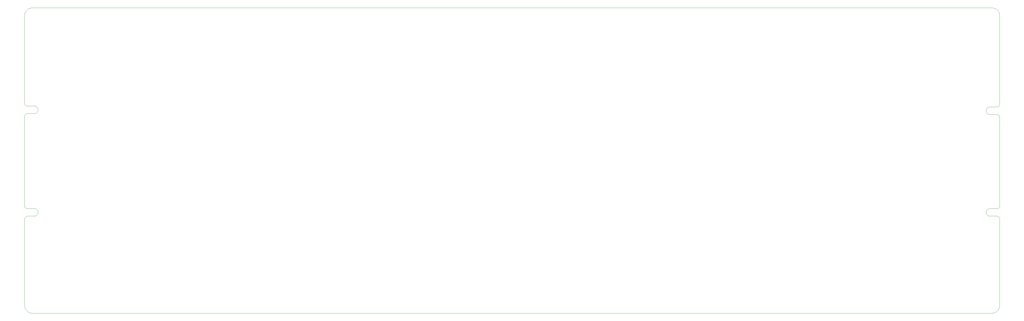
<source format=gko>
G04 Layer_Color=16711935*
%FSLAX25Y25*%
%MOIN*%
G70*
G01*
G75*
%ADD66C,0.00394*%
D66*
X1411740Y18D02*
X1412716Y59D01*
X1413685Y180D01*
X1414640Y380D01*
X1415576Y659D01*
X1416485Y1013D01*
X1417362Y1442D01*
X1418200Y1942D01*
X1418995Y2509D01*
X1419740Y3140D01*
X1420430Y3830D01*
X1421061Y4575D01*
X1421628Y5370D01*
X1422128Y6208D01*
X1422557Y7085D01*
X1422912Y7994D01*
X1423190Y8930D01*
X1423390Y9886D01*
X1423511Y10854D01*
X1423551Y11829D01*
X24D02*
X65Y10854D01*
X185Y9886D01*
X386Y8930D01*
X664Y7994D01*
X1019Y7085D01*
X1448Y6208D01*
X1948Y5370D01*
X2515Y4575D01*
X3146Y3830D01*
X3836Y3140D01*
X4581Y2509D01*
X5375Y1942D01*
X6214Y1442D01*
X7091Y1013D01*
X8000Y659D01*
X8936Y380D01*
X9891Y180D01*
X10860Y59D01*
X11835Y18D01*
X11835Y447089D02*
X10860Y447049D01*
X9891Y446928D01*
X8936Y446728D01*
X8000Y446449D01*
X7091Y446095D01*
X6214Y445666D01*
X5375Y445166D01*
X4581Y444599D01*
X3836Y443968D01*
X3146Y443278D01*
X2515Y442533D01*
X1948Y441738D01*
X1448Y440900D01*
X1019Y440023D01*
X664Y439113D01*
X386Y438178D01*
X186Y437222D01*
X65Y436254D01*
X24Y435278D01*
X1423551D02*
X1423511Y436254D01*
X1423390Y437222D01*
X1423190Y438178D01*
X1422912Y439113D01*
X1422557Y440023D01*
X1422128Y440900D01*
X1421628Y441738D01*
X1421061Y442533D01*
X1420430Y443278D01*
X1419740Y443968D01*
X1418995Y444599D01*
X1418200Y445166D01*
X1417362Y445666D01*
X1416485Y446095D01*
X1415576Y446449D01*
X1414640Y446728D01*
X1413685Y446928D01*
X1412716Y447049D01*
X1411741Y447089D01*
X24Y157140D02*
X158Y156128D01*
X548Y155185D01*
X1169Y154376D01*
X1979Y153754D01*
X2922Y153364D01*
X3933Y153231D01*
Y142207D02*
X2922Y142074D01*
X1979Y141683D01*
X1169Y141062D01*
X548Y140253D01*
X158Y139310D01*
X24Y138298D01*
Y307150D02*
X158Y306139D01*
X548Y305196D01*
X1169Y304386D01*
X1979Y303765D01*
X2922Y303375D01*
X3933Y303241D01*
Y292218D02*
X2922Y292085D01*
X1979Y291694D01*
X1169Y291073D01*
X548Y290264D01*
X158Y289321D01*
X24Y288309D01*
X1409349Y153234D02*
X1408336Y153140D01*
X1407358Y152861D01*
X1406447Y152408D01*
X1405636Y151795D01*
X1404951Y151043D01*
X1404415Y150179D01*
X1404048Y149230D01*
X1403861Y148230D01*
Y147213D01*
X1404048Y146213D01*
X1404415Y145265D01*
X1404951Y144400D01*
X1405636Y143649D01*
X1406447Y143035D01*
X1407358Y142582D01*
X1408336Y142304D01*
X1409349Y142210D01*
X1423552Y138301D02*
X1423418Y139313D01*
X1423028Y140255D01*
X1422407Y141065D01*
X1421597Y141686D01*
X1420654Y142077D01*
X1419643Y142210D01*
Y153234D02*
X1420654Y153367D01*
X1421597Y153757D01*
X1422407Y154378D01*
X1423028Y155188D01*
X1423418Y156131D01*
X1423552Y157142D01*
X1419643Y301933D02*
X1420654Y302066D01*
X1421597Y302457D01*
X1422407Y303078D01*
X1423028Y303888D01*
X1423418Y304830D01*
X1423552Y305842D01*
Y287001D02*
X1423418Y288012D01*
X1423028Y288955D01*
X1422407Y289765D01*
X1421597Y290386D01*
X1420654Y290776D01*
X1419643Y290910D01*
X1409349Y301933D02*
X1408336Y301839D01*
X1407358Y301561D01*
X1406447Y301108D01*
X1405636Y300495D01*
X1404951Y299743D01*
X1404415Y298878D01*
X1404048Y297930D01*
X1403861Y296930D01*
Y295913D01*
X1404048Y294913D01*
X1404415Y293965D01*
X1404951Y293100D01*
X1405636Y292348D01*
X1406447Y291735D01*
X1407358Y291282D01*
X1408336Y291003D01*
X1409349Y290910D01*
X14227Y292218D02*
X15240Y292312D01*
X16218Y292590D01*
X17129Y293043D01*
X17940Y293656D01*
X18625Y294408D01*
X19161Y295273D01*
X19528Y296221D01*
X19715Y297221D01*
Y298238D01*
X19528Y299238D01*
X19161Y300186D01*
X18625Y301051D01*
X17940Y301803D01*
X17129Y302416D01*
X16218Y302869D01*
X15240Y303148D01*
X14227Y303241D01*
X14227Y142207D02*
X15240Y142301D01*
X16218Y142579D01*
X17129Y143033D01*
X17940Y143646D01*
X18625Y144397D01*
X19161Y145262D01*
X19528Y146211D01*
X19715Y147210D01*
Y148228D01*
X19528Y149227D01*
X19161Y150176D01*
X18625Y151041D01*
X17940Y151792D01*
X17129Y152405D01*
X16218Y152859D01*
X15240Y153137D01*
X14227Y153231D01*
X11835Y18D02*
X1411740D01*
X24Y11829D02*
Y138298D01*
Y157140D02*
Y288309D01*
Y307150D02*
Y435278D01*
X11835Y447089D02*
X1411741D01*
X1423552Y305842D02*
Y435278D01*
Y157142D02*
Y287001D01*
Y11829D02*
Y138301D01*
X3933Y142207D02*
X14227D01*
X3933Y292218D02*
X14227D01*
X1409349Y142210D02*
X1419643D01*
X1409349Y153234D02*
X1419643D01*
X1409349Y301933D02*
X1419643D01*
X1409349Y290910D02*
X1419643D01*
X3933Y303241D02*
X14227D01*
X3933Y153231D02*
X14227D01*
M02*

</source>
